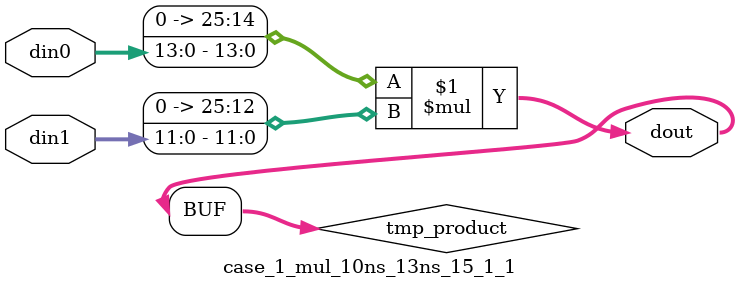
<source format=v>

`timescale 1 ns / 1 ps

 (* use_dsp = "no" *)  module case_1_mul_10ns_13ns_15_1_1(din0, din1, dout);
parameter ID = 1;
parameter NUM_STAGE = 0;
parameter din0_WIDTH = 14;
parameter din1_WIDTH = 12;
parameter dout_WIDTH = 26;

input [din0_WIDTH - 1 : 0] din0; 
input [din1_WIDTH - 1 : 0] din1; 
output [dout_WIDTH - 1 : 0] dout;

wire signed [dout_WIDTH - 1 : 0] tmp_product;
























assign tmp_product = $signed({1'b0, din0}) * $signed({1'b0, din1});











assign dout = tmp_product;





















endmodule

</source>
